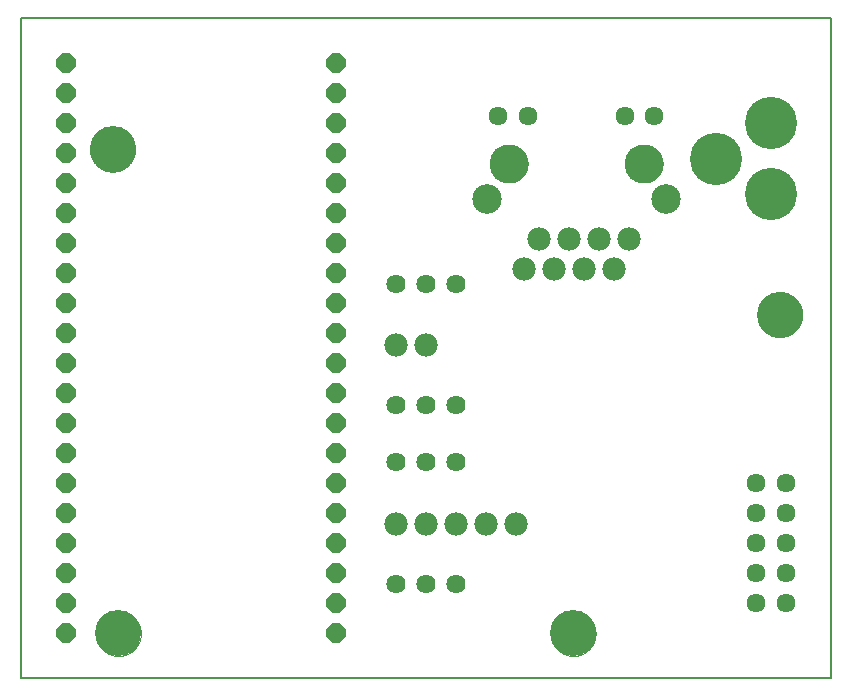
<source format=gbs>
G75*
%MOIN*%
%OFA0B0*%
%FSLAX25Y25*%
%IPPOS*%
%LPD*%
%AMOC8*
5,1,8,0,0,1.08239X$1,22.5*
%
%ADD10C,0.00600*%
%ADD11C,0.00000*%
%ADD12C,0.15361*%
%ADD13C,0.07800*%
%ADD14C,0.06400*%
%ADD15C,0.09849*%
%ADD16C,0.06337*%
%ADD17C,0.12998*%
%ADD18C,0.17400*%
%ADD19OC8,0.06337*%
D10*
X0001300Y0001300D02*
X0001300Y0221300D01*
X0271300Y0221300D01*
X0271300Y0001300D01*
X0001300Y0001300D01*
D11*
X0026222Y0015985D02*
X0026224Y0016169D01*
X0026231Y0016352D01*
X0026242Y0016535D01*
X0026258Y0016718D01*
X0026278Y0016901D01*
X0026303Y0017083D01*
X0026332Y0017264D01*
X0026366Y0017444D01*
X0026404Y0017624D01*
X0026446Y0017802D01*
X0026493Y0017980D01*
X0026544Y0018156D01*
X0026600Y0018331D01*
X0026659Y0018505D01*
X0026723Y0018677D01*
X0026791Y0018847D01*
X0026864Y0019016D01*
X0026940Y0019183D01*
X0027021Y0019348D01*
X0027105Y0019511D01*
X0027194Y0019672D01*
X0027286Y0019830D01*
X0027382Y0019987D01*
X0027483Y0020141D01*
X0027586Y0020292D01*
X0027694Y0020441D01*
X0027805Y0020587D01*
X0027920Y0020730D01*
X0028038Y0020871D01*
X0028160Y0021008D01*
X0028285Y0021143D01*
X0028413Y0021274D01*
X0028544Y0021402D01*
X0028679Y0021527D01*
X0028816Y0021649D01*
X0028957Y0021767D01*
X0029100Y0021882D01*
X0029246Y0021993D01*
X0029395Y0022101D01*
X0029546Y0022204D01*
X0029700Y0022305D01*
X0029857Y0022401D01*
X0030015Y0022493D01*
X0030176Y0022582D01*
X0030339Y0022666D01*
X0030504Y0022747D01*
X0030671Y0022823D01*
X0030840Y0022896D01*
X0031010Y0022964D01*
X0031182Y0023028D01*
X0031356Y0023087D01*
X0031531Y0023143D01*
X0031707Y0023194D01*
X0031885Y0023241D01*
X0032063Y0023283D01*
X0032243Y0023321D01*
X0032423Y0023355D01*
X0032604Y0023384D01*
X0032786Y0023409D01*
X0032969Y0023429D01*
X0033152Y0023445D01*
X0033335Y0023456D01*
X0033518Y0023463D01*
X0033702Y0023465D01*
X0033886Y0023463D01*
X0034069Y0023456D01*
X0034252Y0023445D01*
X0034435Y0023429D01*
X0034618Y0023409D01*
X0034800Y0023384D01*
X0034981Y0023355D01*
X0035161Y0023321D01*
X0035341Y0023283D01*
X0035519Y0023241D01*
X0035697Y0023194D01*
X0035873Y0023143D01*
X0036048Y0023087D01*
X0036222Y0023028D01*
X0036394Y0022964D01*
X0036564Y0022896D01*
X0036733Y0022823D01*
X0036900Y0022747D01*
X0037065Y0022666D01*
X0037228Y0022582D01*
X0037389Y0022493D01*
X0037547Y0022401D01*
X0037704Y0022305D01*
X0037858Y0022204D01*
X0038009Y0022101D01*
X0038158Y0021993D01*
X0038304Y0021882D01*
X0038447Y0021767D01*
X0038588Y0021649D01*
X0038725Y0021527D01*
X0038860Y0021402D01*
X0038991Y0021274D01*
X0039119Y0021143D01*
X0039244Y0021008D01*
X0039366Y0020871D01*
X0039484Y0020730D01*
X0039599Y0020587D01*
X0039710Y0020441D01*
X0039818Y0020292D01*
X0039921Y0020141D01*
X0040022Y0019987D01*
X0040118Y0019830D01*
X0040210Y0019672D01*
X0040299Y0019511D01*
X0040383Y0019348D01*
X0040464Y0019183D01*
X0040540Y0019016D01*
X0040613Y0018847D01*
X0040681Y0018677D01*
X0040745Y0018505D01*
X0040804Y0018331D01*
X0040860Y0018156D01*
X0040911Y0017980D01*
X0040958Y0017802D01*
X0041000Y0017624D01*
X0041038Y0017444D01*
X0041072Y0017264D01*
X0041101Y0017083D01*
X0041126Y0016901D01*
X0041146Y0016718D01*
X0041162Y0016535D01*
X0041173Y0016352D01*
X0041180Y0016169D01*
X0041182Y0015985D01*
X0041180Y0015801D01*
X0041173Y0015618D01*
X0041162Y0015435D01*
X0041146Y0015252D01*
X0041126Y0015069D01*
X0041101Y0014887D01*
X0041072Y0014706D01*
X0041038Y0014526D01*
X0041000Y0014346D01*
X0040958Y0014168D01*
X0040911Y0013990D01*
X0040860Y0013814D01*
X0040804Y0013639D01*
X0040745Y0013465D01*
X0040681Y0013293D01*
X0040613Y0013123D01*
X0040540Y0012954D01*
X0040464Y0012787D01*
X0040383Y0012622D01*
X0040299Y0012459D01*
X0040210Y0012298D01*
X0040118Y0012140D01*
X0040022Y0011983D01*
X0039921Y0011829D01*
X0039818Y0011678D01*
X0039710Y0011529D01*
X0039599Y0011383D01*
X0039484Y0011240D01*
X0039366Y0011099D01*
X0039244Y0010962D01*
X0039119Y0010827D01*
X0038991Y0010696D01*
X0038860Y0010568D01*
X0038725Y0010443D01*
X0038588Y0010321D01*
X0038447Y0010203D01*
X0038304Y0010088D01*
X0038158Y0009977D01*
X0038009Y0009869D01*
X0037858Y0009766D01*
X0037704Y0009665D01*
X0037547Y0009569D01*
X0037389Y0009477D01*
X0037228Y0009388D01*
X0037065Y0009304D01*
X0036900Y0009223D01*
X0036733Y0009147D01*
X0036564Y0009074D01*
X0036394Y0009006D01*
X0036222Y0008942D01*
X0036048Y0008883D01*
X0035873Y0008827D01*
X0035697Y0008776D01*
X0035519Y0008729D01*
X0035341Y0008687D01*
X0035161Y0008649D01*
X0034981Y0008615D01*
X0034800Y0008586D01*
X0034618Y0008561D01*
X0034435Y0008541D01*
X0034252Y0008525D01*
X0034069Y0008514D01*
X0033886Y0008507D01*
X0033702Y0008505D01*
X0033518Y0008507D01*
X0033335Y0008514D01*
X0033152Y0008525D01*
X0032969Y0008541D01*
X0032786Y0008561D01*
X0032604Y0008586D01*
X0032423Y0008615D01*
X0032243Y0008649D01*
X0032063Y0008687D01*
X0031885Y0008729D01*
X0031707Y0008776D01*
X0031531Y0008827D01*
X0031356Y0008883D01*
X0031182Y0008942D01*
X0031010Y0009006D01*
X0030840Y0009074D01*
X0030671Y0009147D01*
X0030504Y0009223D01*
X0030339Y0009304D01*
X0030176Y0009388D01*
X0030015Y0009477D01*
X0029857Y0009569D01*
X0029700Y0009665D01*
X0029546Y0009766D01*
X0029395Y0009869D01*
X0029246Y0009977D01*
X0029100Y0010088D01*
X0028957Y0010203D01*
X0028816Y0010321D01*
X0028679Y0010443D01*
X0028544Y0010568D01*
X0028413Y0010696D01*
X0028285Y0010827D01*
X0028160Y0010962D01*
X0028038Y0011099D01*
X0027920Y0011240D01*
X0027805Y0011383D01*
X0027694Y0011529D01*
X0027586Y0011678D01*
X0027483Y0011829D01*
X0027382Y0011983D01*
X0027286Y0012140D01*
X0027194Y0012298D01*
X0027105Y0012459D01*
X0027021Y0012622D01*
X0026940Y0012787D01*
X0026864Y0012954D01*
X0026791Y0013123D01*
X0026723Y0013293D01*
X0026659Y0013465D01*
X0026600Y0013639D01*
X0026544Y0013814D01*
X0026493Y0013990D01*
X0026446Y0014168D01*
X0026404Y0014346D01*
X0026366Y0014526D01*
X0026332Y0014706D01*
X0026303Y0014887D01*
X0026278Y0015069D01*
X0026258Y0015252D01*
X0026242Y0015435D01*
X0026231Y0015618D01*
X0026224Y0015801D01*
X0026222Y0015985D01*
X0177796Y0015985D02*
X0177798Y0016169D01*
X0177805Y0016352D01*
X0177816Y0016535D01*
X0177832Y0016718D01*
X0177852Y0016901D01*
X0177877Y0017083D01*
X0177906Y0017264D01*
X0177940Y0017444D01*
X0177978Y0017624D01*
X0178020Y0017802D01*
X0178067Y0017980D01*
X0178118Y0018156D01*
X0178174Y0018331D01*
X0178233Y0018505D01*
X0178297Y0018677D01*
X0178365Y0018847D01*
X0178438Y0019016D01*
X0178514Y0019183D01*
X0178595Y0019348D01*
X0178679Y0019511D01*
X0178768Y0019672D01*
X0178860Y0019830D01*
X0178956Y0019987D01*
X0179057Y0020141D01*
X0179160Y0020292D01*
X0179268Y0020441D01*
X0179379Y0020587D01*
X0179494Y0020730D01*
X0179612Y0020871D01*
X0179734Y0021008D01*
X0179859Y0021143D01*
X0179987Y0021274D01*
X0180118Y0021402D01*
X0180253Y0021527D01*
X0180390Y0021649D01*
X0180531Y0021767D01*
X0180674Y0021882D01*
X0180820Y0021993D01*
X0180969Y0022101D01*
X0181120Y0022204D01*
X0181274Y0022305D01*
X0181431Y0022401D01*
X0181589Y0022493D01*
X0181750Y0022582D01*
X0181913Y0022666D01*
X0182078Y0022747D01*
X0182245Y0022823D01*
X0182414Y0022896D01*
X0182584Y0022964D01*
X0182756Y0023028D01*
X0182930Y0023087D01*
X0183105Y0023143D01*
X0183281Y0023194D01*
X0183459Y0023241D01*
X0183637Y0023283D01*
X0183817Y0023321D01*
X0183997Y0023355D01*
X0184178Y0023384D01*
X0184360Y0023409D01*
X0184543Y0023429D01*
X0184726Y0023445D01*
X0184909Y0023456D01*
X0185092Y0023463D01*
X0185276Y0023465D01*
X0185460Y0023463D01*
X0185643Y0023456D01*
X0185826Y0023445D01*
X0186009Y0023429D01*
X0186192Y0023409D01*
X0186374Y0023384D01*
X0186555Y0023355D01*
X0186735Y0023321D01*
X0186915Y0023283D01*
X0187093Y0023241D01*
X0187271Y0023194D01*
X0187447Y0023143D01*
X0187622Y0023087D01*
X0187796Y0023028D01*
X0187968Y0022964D01*
X0188138Y0022896D01*
X0188307Y0022823D01*
X0188474Y0022747D01*
X0188639Y0022666D01*
X0188802Y0022582D01*
X0188963Y0022493D01*
X0189121Y0022401D01*
X0189278Y0022305D01*
X0189432Y0022204D01*
X0189583Y0022101D01*
X0189732Y0021993D01*
X0189878Y0021882D01*
X0190021Y0021767D01*
X0190162Y0021649D01*
X0190299Y0021527D01*
X0190434Y0021402D01*
X0190565Y0021274D01*
X0190693Y0021143D01*
X0190818Y0021008D01*
X0190940Y0020871D01*
X0191058Y0020730D01*
X0191173Y0020587D01*
X0191284Y0020441D01*
X0191392Y0020292D01*
X0191495Y0020141D01*
X0191596Y0019987D01*
X0191692Y0019830D01*
X0191784Y0019672D01*
X0191873Y0019511D01*
X0191957Y0019348D01*
X0192038Y0019183D01*
X0192114Y0019016D01*
X0192187Y0018847D01*
X0192255Y0018677D01*
X0192319Y0018505D01*
X0192378Y0018331D01*
X0192434Y0018156D01*
X0192485Y0017980D01*
X0192532Y0017802D01*
X0192574Y0017624D01*
X0192612Y0017444D01*
X0192646Y0017264D01*
X0192675Y0017083D01*
X0192700Y0016901D01*
X0192720Y0016718D01*
X0192736Y0016535D01*
X0192747Y0016352D01*
X0192754Y0016169D01*
X0192756Y0015985D01*
X0192754Y0015801D01*
X0192747Y0015618D01*
X0192736Y0015435D01*
X0192720Y0015252D01*
X0192700Y0015069D01*
X0192675Y0014887D01*
X0192646Y0014706D01*
X0192612Y0014526D01*
X0192574Y0014346D01*
X0192532Y0014168D01*
X0192485Y0013990D01*
X0192434Y0013814D01*
X0192378Y0013639D01*
X0192319Y0013465D01*
X0192255Y0013293D01*
X0192187Y0013123D01*
X0192114Y0012954D01*
X0192038Y0012787D01*
X0191957Y0012622D01*
X0191873Y0012459D01*
X0191784Y0012298D01*
X0191692Y0012140D01*
X0191596Y0011983D01*
X0191495Y0011829D01*
X0191392Y0011678D01*
X0191284Y0011529D01*
X0191173Y0011383D01*
X0191058Y0011240D01*
X0190940Y0011099D01*
X0190818Y0010962D01*
X0190693Y0010827D01*
X0190565Y0010696D01*
X0190434Y0010568D01*
X0190299Y0010443D01*
X0190162Y0010321D01*
X0190021Y0010203D01*
X0189878Y0010088D01*
X0189732Y0009977D01*
X0189583Y0009869D01*
X0189432Y0009766D01*
X0189278Y0009665D01*
X0189121Y0009569D01*
X0188963Y0009477D01*
X0188802Y0009388D01*
X0188639Y0009304D01*
X0188474Y0009223D01*
X0188307Y0009147D01*
X0188138Y0009074D01*
X0187968Y0009006D01*
X0187796Y0008942D01*
X0187622Y0008883D01*
X0187447Y0008827D01*
X0187271Y0008776D01*
X0187093Y0008729D01*
X0186915Y0008687D01*
X0186735Y0008649D01*
X0186555Y0008615D01*
X0186374Y0008586D01*
X0186192Y0008561D01*
X0186009Y0008541D01*
X0185826Y0008525D01*
X0185643Y0008514D01*
X0185460Y0008507D01*
X0185276Y0008505D01*
X0185092Y0008507D01*
X0184909Y0008514D01*
X0184726Y0008525D01*
X0184543Y0008541D01*
X0184360Y0008561D01*
X0184178Y0008586D01*
X0183997Y0008615D01*
X0183817Y0008649D01*
X0183637Y0008687D01*
X0183459Y0008729D01*
X0183281Y0008776D01*
X0183105Y0008827D01*
X0182930Y0008883D01*
X0182756Y0008942D01*
X0182584Y0009006D01*
X0182414Y0009074D01*
X0182245Y0009147D01*
X0182078Y0009223D01*
X0181913Y0009304D01*
X0181750Y0009388D01*
X0181589Y0009477D01*
X0181431Y0009569D01*
X0181274Y0009665D01*
X0181120Y0009766D01*
X0180969Y0009869D01*
X0180820Y0009977D01*
X0180674Y0010088D01*
X0180531Y0010203D01*
X0180390Y0010321D01*
X0180253Y0010443D01*
X0180118Y0010568D01*
X0179987Y0010696D01*
X0179859Y0010827D01*
X0179734Y0010962D01*
X0179612Y0011099D01*
X0179494Y0011240D01*
X0179379Y0011383D01*
X0179268Y0011529D01*
X0179160Y0011678D01*
X0179057Y0011829D01*
X0178956Y0011983D01*
X0178860Y0012140D01*
X0178768Y0012298D01*
X0178679Y0012459D01*
X0178595Y0012622D01*
X0178514Y0012787D01*
X0178438Y0012954D01*
X0178365Y0013123D01*
X0178297Y0013293D01*
X0178233Y0013465D01*
X0178174Y0013639D01*
X0178118Y0013814D01*
X0178067Y0013990D01*
X0178020Y0014168D01*
X0177978Y0014346D01*
X0177940Y0014526D01*
X0177906Y0014706D01*
X0177877Y0014887D01*
X0177852Y0015069D01*
X0177832Y0015252D01*
X0177816Y0015435D01*
X0177805Y0015618D01*
X0177798Y0015801D01*
X0177796Y0015985D01*
X0246694Y0122284D02*
X0246696Y0122468D01*
X0246703Y0122651D01*
X0246714Y0122834D01*
X0246730Y0123017D01*
X0246750Y0123200D01*
X0246775Y0123382D01*
X0246804Y0123563D01*
X0246838Y0123743D01*
X0246876Y0123923D01*
X0246918Y0124101D01*
X0246965Y0124279D01*
X0247016Y0124455D01*
X0247072Y0124630D01*
X0247131Y0124804D01*
X0247195Y0124976D01*
X0247263Y0125146D01*
X0247336Y0125315D01*
X0247412Y0125482D01*
X0247493Y0125647D01*
X0247577Y0125810D01*
X0247666Y0125971D01*
X0247758Y0126129D01*
X0247854Y0126286D01*
X0247955Y0126440D01*
X0248058Y0126591D01*
X0248166Y0126740D01*
X0248277Y0126886D01*
X0248392Y0127029D01*
X0248510Y0127170D01*
X0248632Y0127307D01*
X0248757Y0127442D01*
X0248885Y0127573D01*
X0249016Y0127701D01*
X0249151Y0127826D01*
X0249288Y0127948D01*
X0249429Y0128066D01*
X0249572Y0128181D01*
X0249718Y0128292D01*
X0249867Y0128400D01*
X0250018Y0128503D01*
X0250172Y0128604D01*
X0250329Y0128700D01*
X0250487Y0128792D01*
X0250648Y0128881D01*
X0250811Y0128965D01*
X0250976Y0129046D01*
X0251143Y0129122D01*
X0251312Y0129195D01*
X0251482Y0129263D01*
X0251654Y0129327D01*
X0251828Y0129386D01*
X0252003Y0129442D01*
X0252179Y0129493D01*
X0252357Y0129540D01*
X0252535Y0129582D01*
X0252715Y0129620D01*
X0252895Y0129654D01*
X0253076Y0129683D01*
X0253258Y0129708D01*
X0253441Y0129728D01*
X0253624Y0129744D01*
X0253807Y0129755D01*
X0253990Y0129762D01*
X0254174Y0129764D01*
X0254358Y0129762D01*
X0254541Y0129755D01*
X0254724Y0129744D01*
X0254907Y0129728D01*
X0255090Y0129708D01*
X0255272Y0129683D01*
X0255453Y0129654D01*
X0255633Y0129620D01*
X0255813Y0129582D01*
X0255991Y0129540D01*
X0256169Y0129493D01*
X0256345Y0129442D01*
X0256520Y0129386D01*
X0256694Y0129327D01*
X0256866Y0129263D01*
X0257036Y0129195D01*
X0257205Y0129122D01*
X0257372Y0129046D01*
X0257537Y0128965D01*
X0257700Y0128881D01*
X0257861Y0128792D01*
X0258019Y0128700D01*
X0258176Y0128604D01*
X0258330Y0128503D01*
X0258481Y0128400D01*
X0258630Y0128292D01*
X0258776Y0128181D01*
X0258919Y0128066D01*
X0259060Y0127948D01*
X0259197Y0127826D01*
X0259332Y0127701D01*
X0259463Y0127573D01*
X0259591Y0127442D01*
X0259716Y0127307D01*
X0259838Y0127170D01*
X0259956Y0127029D01*
X0260071Y0126886D01*
X0260182Y0126740D01*
X0260290Y0126591D01*
X0260393Y0126440D01*
X0260494Y0126286D01*
X0260590Y0126129D01*
X0260682Y0125971D01*
X0260771Y0125810D01*
X0260855Y0125647D01*
X0260936Y0125482D01*
X0261012Y0125315D01*
X0261085Y0125146D01*
X0261153Y0124976D01*
X0261217Y0124804D01*
X0261276Y0124630D01*
X0261332Y0124455D01*
X0261383Y0124279D01*
X0261430Y0124101D01*
X0261472Y0123923D01*
X0261510Y0123743D01*
X0261544Y0123563D01*
X0261573Y0123382D01*
X0261598Y0123200D01*
X0261618Y0123017D01*
X0261634Y0122834D01*
X0261645Y0122651D01*
X0261652Y0122468D01*
X0261654Y0122284D01*
X0261652Y0122100D01*
X0261645Y0121917D01*
X0261634Y0121734D01*
X0261618Y0121551D01*
X0261598Y0121368D01*
X0261573Y0121186D01*
X0261544Y0121005D01*
X0261510Y0120825D01*
X0261472Y0120645D01*
X0261430Y0120467D01*
X0261383Y0120289D01*
X0261332Y0120113D01*
X0261276Y0119938D01*
X0261217Y0119764D01*
X0261153Y0119592D01*
X0261085Y0119422D01*
X0261012Y0119253D01*
X0260936Y0119086D01*
X0260855Y0118921D01*
X0260771Y0118758D01*
X0260682Y0118597D01*
X0260590Y0118439D01*
X0260494Y0118282D01*
X0260393Y0118128D01*
X0260290Y0117977D01*
X0260182Y0117828D01*
X0260071Y0117682D01*
X0259956Y0117539D01*
X0259838Y0117398D01*
X0259716Y0117261D01*
X0259591Y0117126D01*
X0259463Y0116995D01*
X0259332Y0116867D01*
X0259197Y0116742D01*
X0259060Y0116620D01*
X0258919Y0116502D01*
X0258776Y0116387D01*
X0258630Y0116276D01*
X0258481Y0116168D01*
X0258330Y0116065D01*
X0258176Y0115964D01*
X0258019Y0115868D01*
X0257861Y0115776D01*
X0257700Y0115687D01*
X0257537Y0115603D01*
X0257372Y0115522D01*
X0257205Y0115446D01*
X0257036Y0115373D01*
X0256866Y0115305D01*
X0256694Y0115241D01*
X0256520Y0115182D01*
X0256345Y0115126D01*
X0256169Y0115075D01*
X0255991Y0115028D01*
X0255813Y0114986D01*
X0255633Y0114948D01*
X0255453Y0114914D01*
X0255272Y0114885D01*
X0255090Y0114860D01*
X0254907Y0114840D01*
X0254724Y0114824D01*
X0254541Y0114813D01*
X0254358Y0114806D01*
X0254174Y0114804D01*
X0253990Y0114806D01*
X0253807Y0114813D01*
X0253624Y0114824D01*
X0253441Y0114840D01*
X0253258Y0114860D01*
X0253076Y0114885D01*
X0252895Y0114914D01*
X0252715Y0114948D01*
X0252535Y0114986D01*
X0252357Y0115028D01*
X0252179Y0115075D01*
X0252003Y0115126D01*
X0251828Y0115182D01*
X0251654Y0115241D01*
X0251482Y0115305D01*
X0251312Y0115373D01*
X0251143Y0115446D01*
X0250976Y0115522D01*
X0250811Y0115603D01*
X0250648Y0115687D01*
X0250487Y0115776D01*
X0250329Y0115868D01*
X0250172Y0115964D01*
X0250018Y0116065D01*
X0249867Y0116168D01*
X0249718Y0116276D01*
X0249572Y0116387D01*
X0249429Y0116502D01*
X0249288Y0116620D01*
X0249151Y0116742D01*
X0249016Y0116867D01*
X0248885Y0116995D01*
X0248757Y0117126D01*
X0248632Y0117261D01*
X0248510Y0117398D01*
X0248392Y0117539D01*
X0248277Y0117682D01*
X0248166Y0117828D01*
X0248058Y0117977D01*
X0247955Y0118128D01*
X0247854Y0118282D01*
X0247758Y0118439D01*
X0247666Y0118597D01*
X0247577Y0118758D01*
X0247493Y0118921D01*
X0247412Y0119086D01*
X0247336Y0119253D01*
X0247263Y0119422D01*
X0247195Y0119592D01*
X0247131Y0119764D01*
X0247072Y0119938D01*
X0247016Y0120113D01*
X0246965Y0120289D01*
X0246918Y0120467D01*
X0246876Y0120645D01*
X0246838Y0120825D01*
X0246804Y0121005D01*
X0246775Y0121186D01*
X0246750Y0121368D01*
X0246730Y0121551D01*
X0246714Y0121734D01*
X0246703Y0121917D01*
X0246696Y0122100D01*
X0246694Y0122284D01*
X0202501Y0172619D02*
X0202503Y0172777D01*
X0202509Y0172935D01*
X0202519Y0173093D01*
X0202533Y0173251D01*
X0202551Y0173408D01*
X0202572Y0173565D01*
X0202598Y0173721D01*
X0202628Y0173877D01*
X0202661Y0174032D01*
X0202699Y0174185D01*
X0202740Y0174338D01*
X0202785Y0174490D01*
X0202834Y0174641D01*
X0202887Y0174790D01*
X0202943Y0174938D01*
X0203003Y0175084D01*
X0203067Y0175229D01*
X0203135Y0175372D01*
X0203206Y0175514D01*
X0203280Y0175654D01*
X0203358Y0175791D01*
X0203440Y0175927D01*
X0203524Y0176061D01*
X0203613Y0176192D01*
X0203704Y0176321D01*
X0203799Y0176448D01*
X0203896Y0176573D01*
X0203997Y0176695D01*
X0204101Y0176814D01*
X0204208Y0176931D01*
X0204318Y0177045D01*
X0204431Y0177156D01*
X0204546Y0177265D01*
X0204664Y0177370D01*
X0204785Y0177472D01*
X0204908Y0177572D01*
X0205034Y0177668D01*
X0205162Y0177761D01*
X0205292Y0177851D01*
X0205425Y0177937D01*
X0205560Y0178021D01*
X0205696Y0178100D01*
X0205835Y0178177D01*
X0205976Y0178249D01*
X0206118Y0178319D01*
X0206262Y0178384D01*
X0206408Y0178446D01*
X0206555Y0178504D01*
X0206704Y0178559D01*
X0206854Y0178610D01*
X0207005Y0178657D01*
X0207157Y0178700D01*
X0207310Y0178739D01*
X0207465Y0178775D01*
X0207620Y0178806D01*
X0207776Y0178834D01*
X0207932Y0178858D01*
X0208089Y0178878D01*
X0208247Y0178894D01*
X0208404Y0178906D01*
X0208563Y0178914D01*
X0208721Y0178918D01*
X0208879Y0178918D01*
X0209037Y0178914D01*
X0209196Y0178906D01*
X0209353Y0178894D01*
X0209511Y0178878D01*
X0209668Y0178858D01*
X0209824Y0178834D01*
X0209980Y0178806D01*
X0210135Y0178775D01*
X0210290Y0178739D01*
X0210443Y0178700D01*
X0210595Y0178657D01*
X0210746Y0178610D01*
X0210896Y0178559D01*
X0211045Y0178504D01*
X0211192Y0178446D01*
X0211338Y0178384D01*
X0211482Y0178319D01*
X0211624Y0178249D01*
X0211765Y0178177D01*
X0211904Y0178100D01*
X0212040Y0178021D01*
X0212175Y0177937D01*
X0212308Y0177851D01*
X0212438Y0177761D01*
X0212566Y0177668D01*
X0212692Y0177572D01*
X0212815Y0177472D01*
X0212936Y0177370D01*
X0213054Y0177265D01*
X0213169Y0177156D01*
X0213282Y0177045D01*
X0213392Y0176931D01*
X0213499Y0176814D01*
X0213603Y0176695D01*
X0213704Y0176573D01*
X0213801Y0176448D01*
X0213896Y0176321D01*
X0213987Y0176192D01*
X0214076Y0176061D01*
X0214160Y0175927D01*
X0214242Y0175791D01*
X0214320Y0175654D01*
X0214394Y0175514D01*
X0214465Y0175372D01*
X0214533Y0175229D01*
X0214597Y0175084D01*
X0214657Y0174938D01*
X0214713Y0174790D01*
X0214766Y0174641D01*
X0214815Y0174490D01*
X0214860Y0174338D01*
X0214901Y0174185D01*
X0214939Y0174032D01*
X0214972Y0173877D01*
X0215002Y0173721D01*
X0215028Y0173565D01*
X0215049Y0173408D01*
X0215067Y0173251D01*
X0215081Y0173093D01*
X0215091Y0172935D01*
X0215097Y0172777D01*
X0215099Y0172619D01*
X0215097Y0172461D01*
X0215091Y0172303D01*
X0215081Y0172145D01*
X0215067Y0171987D01*
X0215049Y0171830D01*
X0215028Y0171673D01*
X0215002Y0171517D01*
X0214972Y0171361D01*
X0214939Y0171206D01*
X0214901Y0171053D01*
X0214860Y0170900D01*
X0214815Y0170748D01*
X0214766Y0170597D01*
X0214713Y0170448D01*
X0214657Y0170300D01*
X0214597Y0170154D01*
X0214533Y0170009D01*
X0214465Y0169866D01*
X0214394Y0169724D01*
X0214320Y0169584D01*
X0214242Y0169447D01*
X0214160Y0169311D01*
X0214076Y0169177D01*
X0213987Y0169046D01*
X0213896Y0168917D01*
X0213801Y0168790D01*
X0213704Y0168665D01*
X0213603Y0168543D01*
X0213499Y0168424D01*
X0213392Y0168307D01*
X0213282Y0168193D01*
X0213169Y0168082D01*
X0213054Y0167973D01*
X0212936Y0167868D01*
X0212815Y0167766D01*
X0212692Y0167666D01*
X0212566Y0167570D01*
X0212438Y0167477D01*
X0212308Y0167387D01*
X0212175Y0167301D01*
X0212040Y0167217D01*
X0211904Y0167138D01*
X0211765Y0167061D01*
X0211624Y0166989D01*
X0211482Y0166919D01*
X0211338Y0166854D01*
X0211192Y0166792D01*
X0211045Y0166734D01*
X0210896Y0166679D01*
X0210746Y0166628D01*
X0210595Y0166581D01*
X0210443Y0166538D01*
X0210290Y0166499D01*
X0210135Y0166463D01*
X0209980Y0166432D01*
X0209824Y0166404D01*
X0209668Y0166380D01*
X0209511Y0166360D01*
X0209353Y0166344D01*
X0209196Y0166332D01*
X0209037Y0166324D01*
X0208879Y0166320D01*
X0208721Y0166320D01*
X0208563Y0166324D01*
X0208404Y0166332D01*
X0208247Y0166344D01*
X0208089Y0166360D01*
X0207932Y0166380D01*
X0207776Y0166404D01*
X0207620Y0166432D01*
X0207465Y0166463D01*
X0207310Y0166499D01*
X0207157Y0166538D01*
X0207005Y0166581D01*
X0206854Y0166628D01*
X0206704Y0166679D01*
X0206555Y0166734D01*
X0206408Y0166792D01*
X0206262Y0166854D01*
X0206118Y0166919D01*
X0205976Y0166989D01*
X0205835Y0167061D01*
X0205696Y0167138D01*
X0205560Y0167217D01*
X0205425Y0167301D01*
X0205292Y0167387D01*
X0205162Y0167477D01*
X0205034Y0167570D01*
X0204908Y0167666D01*
X0204785Y0167766D01*
X0204664Y0167868D01*
X0204546Y0167973D01*
X0204431Y0168082D01*
X0204318Y0168193D01*
X0204208Y0168307D01*
X0204101Y0168424D01*
X0203997Y0168543D01*
X0203896Y0168665D01*
X0203799Y0168790D01*
X0203704Y0168917D01*
X0203613Y0169046D01*
X0203524Y0169177D01*
X0203440Y0169311D01*
X0203358Y0169447D01*
X0203280Y0169584D01*
X0203206Y0169724D01*
X0203135Y0169866D01*
X0203067Y0170009D01*
X0203003Y0170154D01*
X0202943Y0170300D01*
X0202887Y0170448D01*
X0202834Y0170597D01*
X0202785Y0170748D01*
X0202740Y0170900D01*
X0202699Y0171053D01*
X0202661Y0171206D01*
X0202628Y0171361D01*
X0202598Y0171517D01*
X0202572Y0171673D01*
X0202551Y0171830D01*
X0202533Y0171987D01*
X0202519Y0172145D01*
X0202509Y0172303D01*
X0202503Y0172461D01*
X0202501Y0172619D01*
X0157501Y0172619D02*
X0157503Y0172777D01*
X0157509Y0172935D01*
X0157519Y0173093D01*
X0157533Y0173251D01*
X0157551Y0173408D01*
X0157572Y0173565D01*
X0157598Y0173721D01*
X0157628Y0173877D01*
X0157661Y0174032D01*
X0157699Y0174185D01*
X0157740Y0174338D01*
X0157785Y0174490D01*
X0157834Y0174641D01*
X0157887Y0174790D01*
X0157943Y0174938D01*
X0158003Y0175084D01*
X0158067Y0175229D01*
X0158135Y0175372D01*
X0158206Y0175514D01*
X0158280Y0175654D01*
X0158358Y0175791D01*
X0158440Y0175927D01*
X0158524Y0176061D01*
X0158613Y0176192D01*
X0158704Y0176321D01*
X0158799Y0176448D01*
X0158896Y0176573D01*
X0158997Y0176695D01*
X0159101Y0176814D01*
X0159208Y0176931D01*
X0159318Y0177045D01*
X0159431Y0177156D01*
X0159546Y0177265D01*
X0159664Y0177370D01*
X0159785Y0177472D01*
X0159908Y0177572D01*
X0160034Y0177668D01*
X0160162Y0177761D01*
X0160292Y0177851D01*
X0160425Y0177937D01*
X0160560Y0178021D01*
X0160696Y0178100D01*
X0160835Y0178177D01*
X0160976Y0178249D01*
X0161118Y0178319D01*
X0161262Y0178384D01*
X0161408Y0178446D01*
X0161555Y0178504D01*
X0161704Y0178559D01*
X0161854Y0178610D01*
X0162005Y0178657D01*
X0162157Y0178700D01*
X0162310Y0178739D01*
X0162465Y0178775D01*
X0162620Y0178806D01*
X0162776Y0178834D01*
X0162932Y0178858D01*
X0163089Y0178878D01*
X0163247Y0178894D01*
X0163404Y0178906D01*
X0163563Y0178914D01*
X0163721Y0178918D01*
X0163879Y0178918D01*
X0164037Y0178914D01*
X0164196Y0178906D01*
X0164353Y0178894D01*
X0164511Y0178878D01*
X0164668Y0178858D01*
X0164824Y0178834D01*
X0164980Y0178806D01*
X0165135Y0178775D01*
X0165290Y0178739D01*
X0165443Y0178700D01*
X0165595Y0178657D01*
X0165746Y0178610D01*
X0165896Y0178559D01*
X0166045Y0178504D01*
X0166192Y0178446D01*
X0166338Y0178384D01*
X0166482Y0178319D01*
X0166624Y0178249D01*
X0166765Y0178177D01*
X0166904Y0178100D01*
X0167040Y0178021D01*
X0167175Y0177937D01*
X0167308Y0177851D01*
X0167438Y0177761D01*
X0167566Y0177668D01*
X0167692Y0177572D01*
X0167815Y0177472D01*
X0167936Y0177370D01*
X0168054Y0177265D01*
X0168169Y0177156D01*
X0168282Y0177045D01*
X0168392Y0176931D01*
X0168499Y0176814D01*
X0168603Y0176695D01*
X0168704Y0176573D01*
X0168801Y0176448D01*
X0168896Y0176321D01*
X0168987Y0176192D01*
X0169076Y0176061D01*
X0169160Y0175927D01*
X0169242Y0175791D01*
X0169320Y0175654D01*
X0169394Y0175514D01*
X0169465Y0175372D01*
X0169533Y0175229D01*
X0169597Y0175084D01*
X0169657Y0174938D01*
X0169713Y0174790D01*
X0169766Y0174641D01*
X0169815Y0174490D01*
X0169860Y0174338D01*
X0169901Y0174185D01*
X0169939Y0174032D01*
X0169972Y0173877D01*
X0170002Y0173721D01*
X0170028Y0173565D01*
X0170049Y0173408D01*
X0170067Y0173251D01*
X0170081Y0173093D01*
X0170091Y0172935D01*
X0170097Y0172777D01*
X0170099Y0172619D01*
X0170097Y0172461D01*
X0170091Y0172303D01*
X0170081Y0172145D01*
X0170067Y0171987D01*
X0170049Y0171830D01*
X0170028Y0171673D01*
X0170002Y0171517D01*
X0169972Y0171361D01*
X0169939Y0171206D01*
X0169901Y0171053D01*
X0169860Y0170900D01*
X0169815Y0170748D01*
X0169766Y0170597D01*
X0169713Y0170448D01*
X0169657Y0170300D01*
X0169597Y0170154D01*
X0169533Y0170009D01*
X0169465Y0169866D01*
X0169394Y0169724D01*
X0169320Y0169584D01*
X0169242Y0169447D01*
X0169160Y0169311D01*
X0169076Y0169177D01*
X0168987Y0169046D01*
X0168896Y0168917D01*
X0168801Y0168790D01*
X0168704Y0168665D01*
X0168603Y0168543D01*
X0168499Y0168424D01*
X0168392Y0168307D01*
X0168282Y0168193D01*
X0168169Y0168082D01*
X0168054Y0167973D01*
X0167936Y0167868D01*
X0167815Y0167766D01*
X0167692Y0167666D01*
X0167566Y0167570D01*
X0167438Y0167477D01*
X0167308Y0167387D01*
X0167175Y0167301D01*
X0167040Y0167217D01*
X0166904Y0167138D01*
X0166765Y0167061D01*
X0166624Y0166989D01*
X0166482Y0166919D01*
X0166338Y0166854D01*
X0166192Y0166792D01*
X0166045Y0166734D01*
X0165896Y0166679D01*
X0165746Y0166628D01*
X0165595Y0166581D01*
X0165443Y0166538D01*
X0165290Y0166499D01*
X0165135Y0166463D01*
X0164980Y0166432D01*
X0164824Y0166404D01*
X0164668Y0166380D01*
X0164511Y0166360D01*
X0164353Y0166344D01*
X0164196Y0166332D01*
X0164037Y0166324D01*
X0163879Y0166320D01*
X0163721Y0166320D01*
X0163563Y0166324D01*
X0163404Y0166332D01*
X0163247Y0166344D01*
X0163089Y0166360D01*
X0162932Y0166380D01*
X0162776Y0166404D01*
X0162620Y0166432D01*
X0162465Y0166463D01*
X0162310Y0166499D01*
X0162157Y0166538D01*
X0162005Y0166581D01*
X0161854Y0166628D01*
X0161704Y0166679D01*
X0161555Y0166734D01*
X0161408Y0166792D01*
X0161262Y0166854D01*
X0161118Y0166919D01*
X0160976Y0166989D01*
X0160835Y0167061D01*
X0160696Y0167138D01*
X0160560Y0167217D01*
X0160425Y0167301D01*
X0160292Y0167387D01*
X0160162Y0167477D01*
X0160034Y0167570D01*
X0159908Y0167666D01*
X0159785Y0167766D01*
X0159664Y0167868D01*
X0159546Y0167973D01*
X0159431Y0168082D01*
X0159318Y0168193D01*
X0159208Y0168307D01*
X0159101Y0168424D01*
X0158997Y0168543D01*
X0158896Y0168665D01*
X0158799Y0168790D01*
X0158704Y0168917D01*
X0158613Y0169046D01*
X0158524Y0169177D01*
X0158440Y0169311D01*
X0158358Y0169447D01*
X0158280Y0169584D01*
X0158206Y0169724D01*
X0158135Y0169866D01*
X0158067Y0170009D01*
X0158003Y0170154D01*
X0157943Y0170300D01*
X0157887Y0170448D01*
X0157834Y0170597D01*
X0157785Y0170748D01*
X0157740Y0170900D01*
X0157699Y0171053D01*
X0157661Y0171206D01*
X0157628Y0171361D01*
X0157598Y0171517D01*
X0157572Y0171673D01*
X0157551Y0171830D01*
X0157533Y0171987D01*
X0157519Y0172145D01*
X0157509Y0172303D01*
X0157503Y0172461D01*
X0157501Y0172619D01*
X0024253Y0177402D02*
X0024255Y0177586D01*
X0024262Y0177769D01*
X0024273Y0177952D01*
X0024289Y0178135D01*
X0024309Y0178318D01*
X0024334Y0178500D01*
X0024363Y0178681D01*
X0024397Y0178861D01*
X0024435Y0179041D01*
X0024477Y0179219D01*
X0024524Y0179397D01*
X0024575Y0179573D01*
X0024631Y0179748D01*
X0024690Y0179922D01*
X0024754Y0180094D01*
X0024822Y0180264D01*
X0024895Y0180433D01*
X0024971Y0180600D01*
X0025052Y0180765D01*
X0025136Y0180928D01*
X0025225Y0181089D01*
X0025317Y0181247D01*
X0025413Y0181404D01*
X0025514Y0181558D01*
X0025617Y0181709D01*
X0025725Y0181858D01*
X0025836Y0182004D01*
X0025951Y0182147D01*
X0026069Y0182288D01*
X0026191Y0182425D01*
X0026316Y0182560D01*
X0026444Y0182691D01*
X0026575Y0182819D01*
X0026710Y0182944D01*
X0026847Y0183066D01*
X0026988Y0183184D01*
X0027131Y0183299D01*
X0027277Y0183410D01*
X0027426Y0183518D01*
X0027577Y0183621D01*
X0027731Y0183722D01*
X0027888Y0183818D01*
X0028046Y0183910D01*
X0028207Y0183999D01*
X0028370Y0184083D01*
X0028535Y0184164D01*
X0028702Y0184240D01*
X0028871Y0184313D01*
X0029041Y0184381D01*
X0029213Y0184445D01*
X0029387Y0184504D01*
X0029562Y0184560D01*
X0029738Y0184611D01*
X0029916Y0184658D01*
X0030094Y0184700D01*
X0030274Y0184738D01*
X0030454Y0184772D01*
X0030635Y0184801D01*
X0030817Y0184826D01*
X0031000Y0184846D01*
X0031183Y0184862D01*
X0031366Y0184873D01*
X0031549Y0184880D01*
X0031733Y0184882D01*
X0031917Y0184880D01*
X0032100Y0184873D01*
X0032283Y0184862D01*
X0032466Y0184846D01*
X0032649Y0184826D01*
X0032831Y0184801D01*
X0033012Y0184772D01*
X0033192Y0184738D01*
X0033372Y0184700D01*
X0033550Y0184658D01*
X0033728Y0184611D01*
X0033904Y0184560D01*
X0034079Y0184504D01*
X0034253Y0184445D01*
X0034425Y0184381D01*
X0034595Y0184313D01*
X0034764Y0184240D01*
X0034931Y0184164D01*
X0035096Y0184083D01*
X0035259Y0183999D01*
X0035420Y0183910D01*
X0035578Y0183818D01*
X0035735Y0183722D01*
X0035889Y0183621D01*
X0036040Y0183518D01*
X0036189Y0183410D01*
X0036335Y0183299D01*
X0036478Y0183184D01*
X0036619Y0183066D01*
X0036756Y0182944D01*
X0036891Y0182819D01*
X0037022Y0182691D01*
X0037150Y0182560D01*
X0037275Y0182425D01*
X0037397Y0182288D01*
X0037515Y0182147D01*
X0037630Y0182004D01*
X0037741Y0181858D01*
X0037849Y0181709D01*
X0037952Y0181558D01*
X0038053Y0181404D01*
X0038149Y0181247D01*
X0038241Y0181089D01*
X0038330Y0180928D01*
X0038414Y0180765D01*
X0038495Y0180600D01*
X0038571Y0180433D01*
X0038644Y0180264D01*
X0038712Y0180094D01*
X0038776Y0179922D01*
X0038835Y0179748D01*
X0038891Y0179573D01*
X0038942Y0179397D01*
X0038989Y0179219D01*
X0039031Y0179041D01*
X0039069Y0178861D01*
X0039103Y0178681D01*
X0039132Y0178500D01*
X0039157Y0178318D01*
X0039177Y0178135D01*
X0039193Y0177952D01*
X0039204Y0177769D01*
X0039211Y0177586D01*
X0039213Y0177402D01*
X0039211Y0177218D01*
X0039204Y0177035D01*
X0039193Y0176852D01*
X0039177Y0176669D01*
X0039157Y0176486D01*
X0039132Y0176304D01*
X0039103Y0176123D01*
X0039069Y0175943D01*
X0039031Y0175763D01*
X0038989Y0175585D01*
X0038942Y0175407D01*
X0038891Y0175231D01*
X0038835Y0175056D01*
X0038776Y0174882D01*
X0038712Y0174710D01*
X0038644Y0174540D01*
X0038571Y0174371D01*
X0038495Y0174204D01*
X0038414Y0174039D01*
X0038330Y0173876D01*
X0038241Y0173715D01*
X0038149Y0173557D01*
X0038053Y0173400D01*
X0037952Y0173246D01*
X0037849Y0173095D01*
X0037741Y0172946D01*
X0037630Y0172800D01*
X0037515Y0172657D01*
X0037397Y0172516D01*
X0037275Y0172379D01*
X0037150Y0172244D01*
X0037022Y0172113D01*
X0036891Y0171985D01*
X0036756Y0171860D01*
X0036619Y0171738D01*
X0036478Y0171620D01*
X0036335Y0171505D01*
X0036189Y0171394D01*
X0036040Y0171286D01*
X0035889Y0171183D01*
X0035735Y0171082D01*
X0035578Y0170986D01*
X0035420Y0170894D01*
X0035259Y0170805D01*
X0035096Y0170721D01*
X0034931Y0170640D01*
X0034764Y0170564D01*
X0034595Y0170491D01*
X0034425Y0170423D01*
X0034253Y0170359D01*
X0034079Y0170300D01*
X0033904Y0170244D01*
X0033728Y0170193D01*
X0033550Y0170146D01*
X0033372Y0170104D01*
X0033192Y0170066D01*
X0033012Y0170032D01*
X0032831Y0170003D01*
X0032649Y0169978D01*
X0032466Y0169958D01*
X0032283Y0169942D01*
X0032100Y0169931D01*
X0031917Y0169924D01*
X0031733Y0169922D01*
X0031549Y0169924D01*
X0031366Y0169931D01*
X0031183Y0169942D01*
X0031000Y0169958D01*
X0030817Y0169978D01*
X0030635Y0170003D01*
X0030454Y0170032D01*
X0030274Y0170066D01*
X0030094Y0170104D01*
X0029916Y0170146D01*
X0029738Y0170193D01*
X0029562Y0170244D01*
X0029387Y0170300D01*
X0029213Y0170359D01*
X0029041Y0170423D01*
X0028871Y0170491D01*
X0028702Y0170564D01*
X0028535Y0170640D01*
X0028370Y0170721D01*
X0028207Y0170805D01*
X0028046Y0170894D01*
X0027888Y0170986D01*
X0027731Y0171082D01*
X0027577Y0171183D01*
X0027426Y0171286D01*
X0027277Y0171394D01*
X0027131Y0171505D01*
X0026988Y0171620D01*
X0026847Y0171738D01*
X0026710Y0171860D01*
X0026575Y0171985D01*
X0026444Y0172113D01*
X0026316Y0172244D01*
X0026191Y0172379D01*
X0026069Y0172516D01*
X0025951Y0172657D01*
X0025836Y0172800D01*
X0025725Y0172946D01*
X0025617Y0173095D01*
X0025514Y0173246D01*
X0025413Y0173400D01*
X0025317Y0173557D01*
X0025225Y0173715D01*
X0025136Y0173876D01*
X0025052Y0174039D01*
X0024971Y0174204D01*
X0024895Y0174371D01*
X0024822Y0174540D01*
X0024754Y0174710D01*
X0024690Y0174882D01*
X0024631Y0175056D01*
X0024575Y0175231D01*
X0024524Y0175407D01*
X0024477Y0175585D01*
X0024435Y0175763D01*
X0024397Y0175943D01*
X0024363Y0176123D01*
X0024334Y0176304D01*
X0024309Y0176486D01*
X0024289Y0176669D01*
X0024273Y0176852D01*
X0024262Y0177035D01*
X0024255Y0177218D01*
X0024253Y0177402D01*
D12*
X0031733Y0177402D03*
X0033702Y0015985D03*
X0185276Y0015985D03*
X0254174Y0122284D03*
D13*
X0203800Y0147619D03*
X0193800Y0147619D03*
X0183800Y0147619D03*
X0173800Y0147619D03*
X0168800Y0137619D03*
X0178800Y0137619D03*
X0188800Y0137619D03*
X0198800Y0137619D03*
X0136300Y0112206D03*
X0126300Y0112206D03*
X0126300Y0052520D03*
X0136300Y0052520D03*
X0146300Y0052520D03*
X0156300Y0052520D03*
X0166300Y0052520D03*
D14*
X0146300Y0032520D03*
X0136300Y0032520D03*
X0126300Y0032520D03*
X0126300Y0073150D03*
X0136300Y0073150D03*
X0146300Y0073150D03*
X0146300Y0092206D03*
X0136300Y0092206D03*
X0126300Y0092206D03*
X0126300Y0132520D03*
X0136300Y0132520D03*
X0146300Y0132520D03*
D15*
X0156457Y0160788D03*
X0216300Y0160788D03*
D16*
X0212363Y0188347D03*
X0202520Y0188347D03*
X0170237Y0188347D03*
X0160394Y0188347D03*
X0246300Y0066300D03*
X0246300Y0056300D03*
X0256300Y0056300D03*
X0256300Y0066300D03*
X0256300Y0046300D03*
X0256300Y0036300D03*
X0246300Y0036300D03*
X0246300Y0046300D03*
X0246300Y0026300D03*
X0256300Y0026300D03*
D17*
X0208800Y0172619D03*
X0163800Y0172619D03*
D18*
X0232796Y0174174D03*
X0251300Y0162363D03*
X0251300Y0185985D03*
D19*
X0106300Y0186300D03*
X0106300Y0196300D03*
X0106300Y0206300D03*
X0106300Y0176300D03*
X0106300Y0166300D03*
X0106300Y0156300D03*
X0106300Y0146300D03*
X0106300Y0136300D03*
X0106300Y0126300D03*
X0106300Y0116300D03*
X0106300Y0106300D03*
X0106300Y0096300D03*
X0106300Y0086300D03*
X0106300Y0076300D03*
X0106300Y0066300D03*
X0106300Y0056300D03*
X0106300Y0046300D03*
X0106300Y0036300D03*
X0106300Y0026300D03*
X0106300Y0016300D03*
X0016300Y0016300D03*
X0016300Y0026300D03*
X0016300Y0036300D03*
X0016300Y0046300D03*
X0016300Y0056300D03*
X0016300Y0066300D03*
X0016300Y0076300D03*
X0016300Y0086300D03*
X0016300Y0096300D03*
X0016300Y0106300D03*
X0016300Y0116300D03*
X0016300Y0126300D03*
X0016300Y0136300D03*
X0016300Y0146300D03*
X0016300Y0156300D03*
X0016300Y0166300D03*
X0016300Y0176300D03*
X0016300Y0186300D03*
X0016300Y0196300D03*
X0016300Y0206300D03*
M02*

</source>
